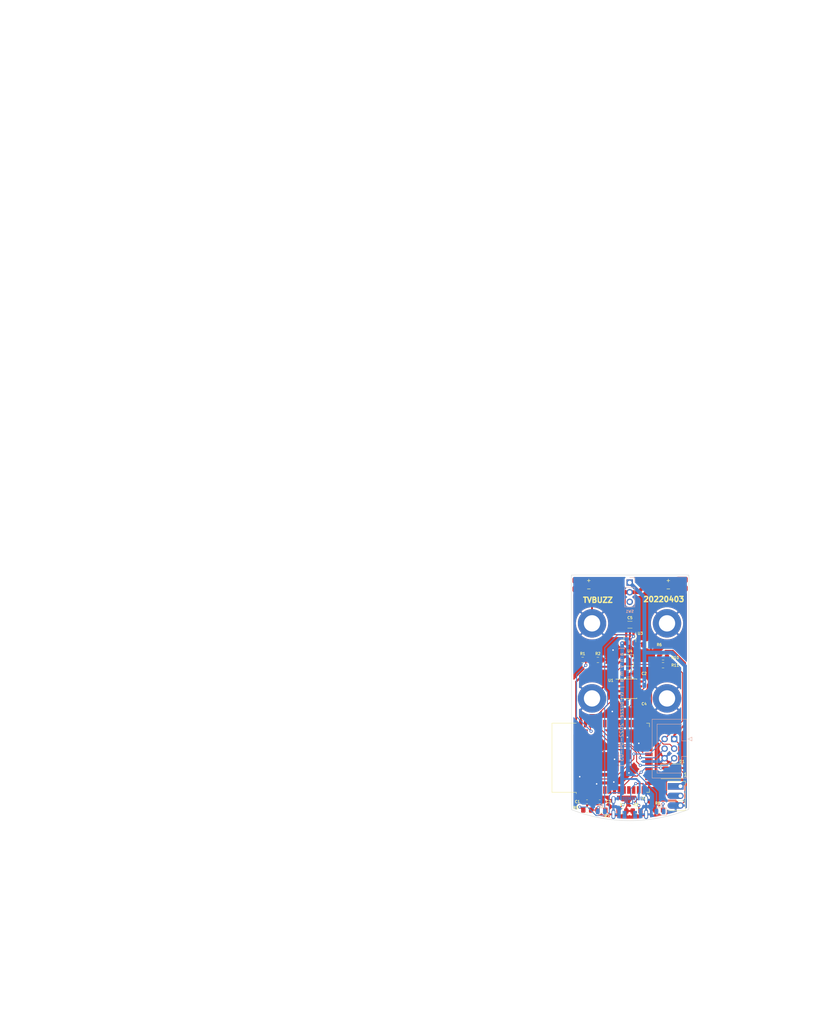
<source format=kicad_pcb>
(kicad_pcb (version 20211014) (generator pcbnew)
  (layers (0 "F.Cu" signal) (31 "B.Cu" signal) (34 "B.Paste" user) (35 "F.Paste" user) (36 "B.SilkS" user "B.Silkscreen") (37 "F.SilkS" user "F.Silkscreen") (38 "B.Mask" user) (39 "F.Mask" user) (44 "Edge.Cuts" user))
  (net 0 "")
  (net 1 "+3V3")
  (net 2 "GND")
  (net 3 "/en")
  (net 4 "Net-(C4-Pad1)")
  (net 5 "+BATT")
  (net 6 "/pix")
  (net 7 "Net-(D1-Pad1)")
  (net 8 "Net-(D2-Pad1)")
  (net 9 "Net-(D2-Pad2)")
  (net 10 "Net-(D3-Pad1)")
  (net 11 "Net-(J1-PadA5)")
  (net 13 "/usb-")
  (net 14 "/usb+")
  (net 15 "Net-(J1-PadB5)")
  (net 17 "+5V")
  (net 18 "+3V8")
  (net 19 "/flash")
  (net 20 "/rx")
  (net 21 "/tx")
  (net 22 "Net-(R6-Pad1)")
  (net 53 "Net-(U2-Pad39)")
  (net 54 "Net-(U2-Pad38)")
  (footprint "synkie_footprints:C_0805_2012Metric_Pad1.15x1.40mm_HandSolder" (layer "F.Cu") (at 165.975 120.8)
    (fp_text reference "C4" (at 4.025 0.2) (layer "F.SilkS") (effects (font (size 0.7 0.7))))
    (fp_text value "470p")
    (pad "1" smd roundrect locked (at -1.025 0) (size 1.15 1.4) (layers "F.Cu" "F.Paste" "F.Mask") (roundrect_rratio 0.2173913043) (net 4 "Net-(C4-Pad1)"))
    (pad "2" smd roundrect locked (at 1.025 0) (size 1.15 1.4) (layers "F.Cu" "F.Paste" "F.Mask") (roundrect_rratio 0.2173913043) (net 2 "GND"))
  )
  (footprint "synkie_footprints:SOIC-8_3.9x4.9mm_P1.27mm" (layer "F.Cu") (at 166 117)
    (fp_text reference "U1" (at -4.8 -2.2) (layer "F.SilkS") (effects (font (size 0.7 0.7))))
    (fp_text value "TC1263")
    (pad "1" smd rect locked (at -2.7 -1.905) (size 1.55 0.6) (layers "F.Cu" "F.Paste" "F.Mask") (net 1 "+3V3"))
    (pad "2" smd rect locked (at -2.7 -0.635) (size 1.55 0.6) (layers "F.Cu" "F.Paste" "F.Mask") (net 2 "GND"))
    (pad "3" smd rect locked (at -2.7 0.635) (size 1.55 0.6) (layers "F.Cu" "F.Paste" "F.Mask"))
    (pad "4" smd rect locked (at -2.7 1.905) (size 1.55 0.6) (layers "F.Cu" "F.Paste" "F.Mask") (net 4 "Net-(C4-Pad1)"))
    (pad "5" smd rect locked (at 2.7 1.905) (size 1.55 0.6) (layers "F.Cu" "F.Paste" "F.Mask"))
    (pad "6" smd rect locked (at 2.7 0.635) (size 1.55 0.6) (layers "F.Cu" "F.Paste" "F.Mask") (net 18 "+3V8"))
    (pad "7" smd rect locked (at 2.7 -0.635) (size 1.55 0.6) (layers "F.Cu" "F.Paste" "F.Mask"))
    (pad "8" smd rect locked (at 2.7 -1.905) (size 1.55 0.6) (layers "F.Cu" "F.Paste" "F.Mask") (net 18 "+3V8"))
  )
  (footprint "Package_TO_SOT_SMD:TSOT-23" (layer "F.Cu") (at 166.25 109.5)
    (fp_text reference "U4" (at 0 -2.45) (layer "F.SilkS") (effects (font (size 0.7 0.7))))
    (fp_text value "SS39ET-HallSensor")
    (pad "1" smd rect locked (at -1.31 -0.95) (size 1.22 0.65) (layers "F.Cu" "F.Paste" "F.Mask") (net 1 "+3V3"))
    (pad "2" smd rect locked (at -1.31 0.95) (size 1.22 0.65) (layers "F.Cu" "F.Paste" "F.Mask") (net 53 "Net-(U2-Pad39)"))
    (pad "3" smd rect locked (at 1.31 0) (size 1.22 0.65) (layers "F.Cu" "F.Paste" "F.Mask") (net 2 "GND"))
  )
  (footprint "synkie_footprints:R_0805_2012Metric_Pad1.15x1.40mm_HandSolder" (layer "F.Cu") (at 175 110.8)
    (fp_text reference "R11" (at 3.2 0) (layer "F.SilkS") (effects (font (size 0.7 0.7))))
    (fp_text value "10k")
    (pad "1" smd roundrect locked (at -1.025 0) (size 1.15 1.4) (layers "F.Cu" "F.Paste" "F.Mask") (roundrect_rratio 0.2173913043) (net 1 "+3V3"))
    (pad "2" smd roundrect locked (at 1.025 0) (size 1.15 1.4) (layers "F.Cu" "F.Paste" "F.Mask") (roundrect_rratio 0.2173913043) (net 19 "/flash"))
  )
  (footprint "synkie_footprints:R_0805_2012Metric_Pad1.15x1.40mm_HandSolder" (layer "F.Cu") (at 158.725 149)
    (fp_text reference "R7" (at 1.475 1.6) (layer "F.SilkS") (effects (font (size 0.7 0.7))))
    (fp_text value "2k")
    (pad "1" smd roundrect locked (at -1.025 0) (size 1.15 1.4) (layers "F.Cu" "F.Paste" "F.Mask") (roundrect_rratio 0.2173913043) (net 9 "Net-(D2-Pad2)"))
    (pad "2" smd roundrect locked (at 1.025 0) (size 1.15 1.4) (layers "F.Cu" "F.Paste" "F.Mask") (roundrect_rratio 0.2173913043) (net 2 "GND"))
  )
  (footprint "MountingHole:MountingHole_4.3mm_M4_DIN965_Pad" (layer "F.Cu") (at 156.25 99.75)
    (fp_text reference "H4" hide)
    (fp_text value "MountingHole_Pad")
    (pad "1" thru_hole circle locked (at 0 0) (size 7.5 7.5) (drill 4.3) (layers *.Cu *.Mask) (net 2 "GND"))
  )
  (footprint "synkie_footprints:R_0805_2012Metric_Pad1.15x1.40mm_HandSolder" (layer "F.Cu") (at 154.975 149)
    (fp_text reference "R5" (at -2.975 -0.6) (layer "F.SilkS") (effects (font (size 0.7 0.7))))
    (fp_text value "2k")
    (pad "1" smd roundrect locked (at -1.025 0) (size 1.15 1.4) (layers "F.Cu" "F.Paste" "F.Mask") (roundrect_rratio 0.2173913043) (net 17 "+5V"))
    (pad "2" smd roundrect locked (at 1.025 0) (size 1.15 1.4) (layers "F.Cu" "F.Paste" "F.Mask") (roundrect_rratio 0.2173913043) (net 9 "Net-(D2-Pad2)"))
  )
  (footprint "synkie_footprints:R_0805_2012Metric_Pad1.15x1.40mm_HandSolder" (layer "F.Cu") (at 157.8 109.4)
    (fp_text reference "R2" (at 0 -1.65) (layer "F.SilkS") (effects (font (size 0.7 0.7))))
    (fp_text value "R")
    (pad "1" smd roundrect locked (at -1.025 0) (size 1.15 1.4) (layers "F.Cu" "F.Paste" "F.Mask") (roundrect_rratio 0.2173913043) (net 54 "Net-(U2-Pad38)"))
    (pad "2" smd roundrect locked (at 1.025 0) (size 1.15 1.4) (layers "F.Cu" "F.Paste" "F.Mask") (roundrect_rratio 0.2173913043) (net 2 "GND"))
  )
  (footprint "synkie_footprints:R_0805_2012Metric_Pad1.15x1.40mm_HandSolder" (layer "F.Cu") (at 153.775 109.4)
    (fp_text reference "R1" (at 0 -1.65) (layer "F.SilkS") (effects (font (size 0.7 0.7))))
    (fp_text value "R")
    (pad "1" smd roundrect locked (at -1.025 0) (size 1.15 1.4) (layers "F.Cu" "F.Paste" "F.Mask") (roundrect_rratio 0.2173913043) (net 5 "+BATT"))
    (pad "2" smd roundrect locked (at 1.025 0) (size 1.15 1.4) (layers "F.Cu" "F.Paste" "F.Mask") (roundrect_rratio 0.2173913043) (net 54 "Net-(U2-Pad38)"))
  )
  (footprint "synkie_footprints:R_0805_2012Metric_Pad1.15x1.40mm_HandSolder" (layer "F.Cu") (at 168.025 149.25 180)
    (fp_text reference "R3" (at 0.225 1.65) (layer "F.SilkS") (effects (font (size 0.7 0.7))))
    (fp_text value "5k1")
    (pad "1" smd roundrect locked (at -1.025 0 180) (size 1.15 1.4) (layers "F.Cu" "F.Paste" "F.Mask") (roundrect_rratio 0.2173913043) (net 11 "Net-(J1-PadA5)"))
    (pad "2" smd roundrect locked (at 1.025 0 180) (size 1.15 1.4) (layers "F.Cu" "F.Paste" "F.Mask") (roundrect_rratio 0.2173913043) (net 2 "GND"))
  )
  (footprint "synkie_footprints:C_0603_1608Metric_Pad1.05x0.95mm_HandSolder" (layer "F.Cu") (at 154.925 146.8 180)
    (fp_text reference "C1" (at 2.525 0) (layer "F.SilkS") (effects (font (size 0.7 0.7))))
    (fp_text value "100n")
    (pad "1" smd roundrect locked (at -0.875 0 180) (size 1.05 0.95) (layers "F.Cu" "F.Paste" "F.Mask") (net 1 "+3V3"))
    (pad "2" smd roundrect locked (at 0.875 0 180) (size 1.05 0.95) (layers "F.Cu" "F.Paste" "F.Mask") (net 2 "GND"))
  )
  (footprint "anyma_footprints:smd-2pin" (layer "F.Cu") (at 152.6 90.2)
    (fp_text reference "J3" hide)
    (fp_text value "CELL_1")
    (pad "1" smd roundrect locked (at 0 -1.778) (size 3 1.6) (layers "F.Cu" "F.Paste" "F.Mask") (net 5 "+BATT"))
    (pad "2" smd roundrect locked (at 0 0.508) (size 3 1.6) (layers "F.Cu" "F.Paste" "F.Mask") (net 2 "GND"))
  )
  (footprint "Package_TO_SOT_SMD:SOT-23-5" (layer "F.Cu") (at 166.25 103.8625 -90)
    (fp_text reference "U3" (at -1.4625 -2.75 180) (layer "F.SilkS") (effects (font (size 0.7 0.7))))
    (fp_text value "MCP73831-2-OT")
    (pad "1" smd roundrect locked (at -1.1375 -0.95 270) (size 1.325 0.6) (layers "F.Cu" "F.Paste" "F.Mask") (net 8 "Net-(D2-Pad1)"))
    (pad "2" smd roundrect locked (at -1.1375 0 270) (size 1.325 0.6) (layers "F.Cu" "F.Paste" "F.Mask") (net 2 "GND"))
    (pad "3" smd roundrect locked (at -1.1375 0.95 270) (size 1.325 0.6) (layers "F.Cu" "F.Paste" "F.Mask") (net 5 "+BATT"))
    (pad "4" smd roundrect locked (at 1.1375 0.95 270) (size 1.325 0.6) (layers "F.Cu" "F.Paste" "F.Mask") (net 17 "+5V"))
    (pad "5" smd roundrect locked (at 1.1375 -0.95 270) (size 1.325 0.6) (layers "F.Cu" "F.Paste" "F.Mask") (net 22 "Net-(R6-Pad1)"))
  )
  (footprint "MountingHole:MountingHole_4.3mm_M4_DIN965_Pad" (layer "F.Cu") (at 176.05 99.75)
    (fp_text reference "H1" hide)
    (fp_text value "MountingHole_Pad")
    (pad "1" thru_hole circle locked (at 0 0) (size 7.5 7.5) (drill 4.3) (layers *.Cu *.Mask) (net 2 "GND"))
  )
  (footprint "MountingHole:MountingHole_4.3mm_M4_DIN965_Pad" (layer "F.Cu") (at 156.25 119.55)
    (fp_text reference "H3" hide)
    (fp_text value "MountingHole_Pad")
    (pad "1" thru_hole circle locked (at 0 0) (size 7.5 7.5) (drill 4.3) (layers *.Cu *.Mask) (net 2 "GND"))
  )
  (footprint "synkie_footprints:C_0603_1608Metric_Pad1.05x0.95mm_HandSolder" (layer "F.Cu") (at 158.3 146.8)
    (fp_text reference "C3" (at 2.3 0) (layer "F.SilkS") (effects (font (size 0.7 0.7))))
    (fp_text value "1u")
    (pad "1" smd roundrect locked (at -0.875 0) (size 1.05 0.95) (layers "F.Cu" "F.Paste" "F.Mask") (net 3 "/en"))
    (pad "2" smd roundrect locked (at 0.875 0) (size 1.05 0.95) (layers "F.Cu" "F.Paste" "F.Mask") (net 2 "GND"))
  )
  (footprint "anyma_footprints:ComboPinhead_03" (layer "F.Cu") (at 179.6 142.72)
    (fp_text reference "J2" hide)
    (fp_text value "pixels")
    (pad "1" thru_hole rect (at 0 0) (size 4.2 1.75) (drill 1 (offset -1.25 0.025)) (layers *.Cu *.Mask) (net 18 "+3V8"))
    (pad "2" thru_hole oval (at 0 2.54) (size 4.3 1.66) (drill 1 (offset -1.3 -0.02)) (layers *.Cu *.Mask) (net 7 "Net-(D1-Pad1)"))
    (pad "3" thru_hole oval (at 0 5.08) (size 4.25 1.7) (drill 1 (offset -1.275 0)) (layers *.Cu *.Mask) (net 2 "GND"))
  )
  (footprint "MountingHole:MountingHole_4.3mm_M4_DIN965_Pad" (layer "F.Cu") (at 176.05 119.55)
    (fp_text reference "H2" hide)
    (fp_text value "MountingHole_Pad")
    (pad "1" thru_hole circle locked (at 0 0) (size 7.5 7.5) (drill 4.3) (layers *.Cu *.Mask) (net 2 "GND"))
  )
  (footprint "anyma_footprints:smd-2pin" (layer "F.Cu") (at 180 90.035)
    (fp_text reference "J5" hide)
    (fp_text value "CELL_2")
    (pad "1" smd roundrect locked (at 0 -1.778) (size 3 1.6) (layers "F.Cu" "F.Paste" "F.Mask") (net 5 "+BATT"))
    (pad "2" smd roundrect locked (at 0 0.508) (size 3 1.6) (layers "F.Cu" "F.Paste" "F.Mask") (net 2 "GND"))
  )
  (footprint "synkie_footprints:R_0805_2012Metric_Pad1.15x1.40mm_HandSolder" (layer "F.Cu") (at 164.275 149.25)
    (fp_text reference "R4" (at 0 -1.65) (layer "F.SilkS") (effects (font (size 0.7 0.7))))
    (fp_text value "5k1")
    (pad "1" smd roundrect locked (at -1.025 0) (size 1.15 1.4) (layers "F.Cu" "F.Paste" "F.Mask") (roundrect_rratio 0.2173913043) (net 15 "Net-(J1-PadB5)"))
    (pad "2" smd roundrect locked (at 1.025 0) (size 1.15 1.4) (layers "F.Cu" "F.Paste" "F.Mask") (roundrect_rratio 0.2173913043) (net 2 "GND"))
  )
  (footprint "synkie_footprints:R_0805_2012Metric_Pad1.15x1.40mm_HandSolder" (layer "F.Cu") (at 173.975 149 180)
    (fp_text reference "R8" (at 0.375 1.8) (layer "F.SilkS") (effects (font (size 0.7 0.7))))
    (fp_text value "2k")
    (pad "1" smd roundrect locked (at -1.025 0 180) (size 1.15 1.4) (layers "F.Cu" "F.Paste" "F.Mask") (roundrect_rratio 0.2173913043) (net 10 "Net-(D3-Pad1)"))
    (pad "2" smd roundrect locked (at 1.025 0 180) (size 1.15 1.4) (layers "F.Cu" "F.Paste" "F.Mask") (roundrect_rratio 0.2173913043) (net 2 "GND"))
  )
  (footprint "synkie_footprints:C_1206_3216Metric_Pad1.42x1.75mm_HandSolder" (layer "F.Cu") (at 166.2625 100.1125)
    (fp_text reference "C5" (at 0 -1.82) (layer "F.SilkS") (effects (font (size 0.7 0.7))))
    (fp_text value "CP")
    (pad "1" smd roundrect locked (at -1.4875 0) (size 1.425 1.75) (layers "F.Cu" "F.Paste" "F.Mask") (roundrect_rratio 0.1754392982) (net 5 "+BATT"))
    (pad "2" smd roundrect locked (at 1.4875 0) (size 1.425 1.75) (layers "F.Cu" "F.Paste" "F.Mask") (roundrect_rratio 0.1754392982) (net 2 "GND"))
  )
  (footprint "synkie_footprints:R_0805_2012Metric_Pad1.15x1.40mm_HandSolder" (layer "F.Cu") (at 175 108.7)
    (fp_text reference "R10" (at 3.2 0.1) (layer "F.SilkS") (effects (font (size 0.7 0.7))))
    (fp_text value "10k")
    (pad "1" smd roundrect locked (at -1.025 0) (size 1.15 1.4) (layers "F.Cu" "F.Paste" "F.Mask") (roundrect_rratio 0.2173913043) (net 1 "+3V3"))
    (pad "2" smd roundrect locked (at 1.025 0) (size 1.15 1.4) (layers "F.Cu" "F.Paste" "F.Mask") (roundrect_rratio 0.2173913043) (net 3 "/en"))
  )
  (footprint "synkie_footprints:R_0805_2012Metric_Pad1.15x1.40mm_HandSolder" (layer "F.Cu") (at 170.775 105.4)
    (fp_text reference "R6" (at 3.225 0) (layer "F.SilkS") (effects (font (size 0.7 0.7))))
    (fp_text value "2k")
    (pad "1" smd roundrect locked (at -1.025 0) (size 1.15 1.4) (layers "F.Cu" "F.Paste" "F.Mask") (roundrect_rratio 0.2173913043) (net 22 "Net-(R6-Pad1)"))
    (pad "2" smd roundrect locked (at 1.025 0) (size 1.15 1.4) (layers "F.Cu" "F.Paste" "F.Mask") (roundrect_rratio 0.2173913043) (net 2 "GND"))
  )
  (footprint "2022_midi_controller:ESP32-S3-WROOM" (layer "F.Cu") (at 161.535 135.2 90)
    (fp_text reference "U2" (at -10.61 8.43) (layer "F.SilkS") (effects (font (size 0.7 0.7))))
    (fp_text value "ESP32-S3-WROOM")
    (pad "1" smd rect (at -8.5 -8.255 90) (size 2 0.9) (layers "F.Cu" "F.Paste" "F.Mask") (net 2 "GND"))
    (pad "2" smd rect (at -8.5 -6.985 90) (size 2 0.9) (layers "F.Cu" "F.Paste" "F.Mask") (net 1 "+3V3"))
    (pad "3" smd rect (at -8.5 -5.715 90) (size 2 0.9) (layers "F.Cu" "F.Paste" "F.Mask") (net 3 "/en"))
    (pad "4" smd rect (at -8.5 -4.445 90) (size 2 0.9) (layers "F.Cu" "F.Paste" "F.Mask"))
    (pad "5" smd rect (at -8.5 -3.175 90) (size 2 0.9) (layers "F.Cu" "F.Paste" "F.Mask"))
    (pad "6" smd rect (at -8.5 -1.905 90) (size 2 0.9) (layers "F.Cu" "F.Paste" "F.Mask"))
    (pad "7" smd rect (at -8.5 -0.635 90) (size 2 0.9) (layers "F.Cu" "F.Paste" "F.Mask"))
    (pad "8" smd rect (at -8.5 0.635 90) (size 2 0.9) (layers "F.Cu" "F.Paste" "F.Mask"))
    (pad "9" smd rect (at -8.5 1.905 90) (size 2 0.9) (layers "F.Cu" "F.Paste" "F.Mask"))
    (pad "10" smd rect (at -8.5 3.175 90) (size 2 0.9) (layers "F.Cu" "F.Paste" "F.Mask") (net 6 "/pix"))
    (pad "11" smd rect (at -8.5 4.445 90) (size 2 0.9) (layers "F.Cu" "F.Paste" "F.Mask"))
    (pad "12" smd rect (at -8.5 5.715 90) (size 2 0.9) (layers "F.Cu" "F.Paste" "F.Mask"))
    (pad "13" smd rect (at -8.5 6.985 90) (size 2 0.9) (layers "F.Cu" "F.Paste" "F.Mask") (net 13 "/usb-"))
    (pad "14" smd rect (at -8.5 8.255 90) (size 2 0.9) (layers "F.Cu" "F.Paste" "F.Mask") (net 14 "/usb+"))
    (pad "15" smd rect (at -6.735 9.755 180) (size 2 0.9) (layers "F.Cu" "F.Paste" "F.Mask") (net 2 "GND"))
    (pad "16" smd rect (at -5.465 9.755 180) (size 2 0.9) (layers "F.Cu" "F.Paste" "F.Mask"))
    (pad "17" smd rect (at -4.195 9.755 180) (size 2 0.9) (layers "F.Cu" "F.Paste" "F.Mask"))
    (pad "18" smd rect (at -2.925 9.755 180) (size 2 0.9) (layers "F.Cu" "F.Paste" "F.Mask"))
    (pad "19" smd rect (at -1.655 9.755 180) (size 2 0.9) (layers "F.Cu" "F.Paste" "F.Mask"))
    (pad "20" smd rect (at -0.385 9.755 180) (size 2 0.9) (layers "F.Cu" "F.Paste" "F.Mask"))
    (pad "21" smd rect (at 0.885 9.755 180) (size 2 0.9) (layers "F.Cu" "F.Paste" "F.Mask"))
    (pad "22" smd rect (at 2.155 9.755 180) (size 2 0.9) (layers "F.Cu" "F.Paste" "F.Mask"))
    (pad "23" smd rect (at 3.425 9.755 180) (size 2 0.9) (layers "F.Cu" "F.Paste" "F.Mask"))
    (pad "24" smd rect (at 4.695 9.755 180) (size 2 0.9) (layers "F.Cu" "F.Paste" "F.Mask"))
    (pad "25" smd rect (at 6 9.75 180) (size 2 0.9) (layers "F.Cu" "F.Paste" "F.Mask"))
    (pad "26" smd rect (at 7.25 9.75 180) (size 2 0.9) (layers "F.Cu" "F.Paste" "F.Mask"))
    (pad "27" smd rect (at 9 8.255 90) (size 2 0.9) (layers "F.Cu" "F.Paste" "F.Mask") (net 19 "/flash"))
    (pad "28" smd rect (at 9 6.985 90) (size 2 0.9) (layers "F.Cu" "F.Paste" "F.Mask"))
    (pad "29" smd rect (at 9 5.715 90) (size 2 0.9) (layers "F.Cu" "F.Paste" "F.Mask"))
    (pad "30" smd rect (at 9 4.445 90) (size 2 0.9) (layers "F.Cu" "F.Paste" "F.Mask"))
    (pad "31" smd rect (at 9 3.175 90) (size 2 0.9) (layers "F.Cu" "F.Paste" "F.Mask"))
    (pad "32" smd rect (at 9 1.905 90) (size 2 0.9) (layers "F.Cu" "F.Paste" "F.Mask"))
    (pad "33" smd rect (at 9 0.635 90) (size 2 0.9) (layers "F.Cu" "F.Paste" "F.Mask"))
    (pad "34" smd rect (at 9 -0.635 90) (size 2 0.9) (layers "F.Cu" "F.Paste" "F.Mask"))
    (pad "35" smd rect (at 9 -1.905 90) (size 2 0.9) (layers "F.Cu" "F.Paste" "F.Mask"))
    (pad "36" smd rect (at 9 -3.175 90) (size 2 0.9) (layers "F.Cu" "F.Paste" "F.Mask") (net 20 "/rx"))
    (pad "37" smd rect (at 9 -4.445 90) (size 2 0.9) (layers "F.Cu" "F.Paste" "F.Mask") (net 21 "/tx"))
    (pad "38" smd rect (at 9 -5.715 90) (size 2 0.9) (layers "F.Cu" "F.Paste" "F.Mask") (net 54 "Net-(U2-Pad38)"))
    (pad "39" smd rect (at 9 -7 90) (size 2 0.9) (layers "F.Cu" "F.Paste" "F.Mask") (net 53 "Net-(U2-Pad39)"))
    (pad "40" smd rect (at 9 -8.25 90) (size 2 0.9) (layers "F.Cu" "F.Paste" "F.Mask") (net 2 "GND"))
    (pad "41" smd rect (at -1 -0.755 90) (size 5 5) (layers "F.Cu" "F.Paste" "F.Mask") (net 2 "GND"))
    (zone (net 0) (net_name "") (layers F&B.Cu) (connect_pads (clearance 0)) (min_thickness 0.254)
      (keepout (tracks not_allowed) (vias not_allowed) (pads not_allowed) (copperpour not_allowed) (footprints not_allowed))
      (fill (thermal_gap 0.508) (thermal_bridge_width 0.508))
      (polygon (pts (xy 151.285 120.95) (xy 151.285 149.45) (xy 140.535 149.45) (xy 140.535 120.95)))
    )
  )
  (footprint "LED_SMD:LED_SK6812MINI_PLCC4_3.5x3.5mm_P1.75mm" (layer "F.Cu") (at 177.4 138.8 180)
    (fp_text reference "D1" (at -2.6 2.6) (layer "F.SilkS") (effects (font (size 0.7 0.7))))
    (fp_text value "SK6812MINI")
    (fp_text user "1" (at -3.5 -0.875) (layer "F.SilkS"))
    (pad "1" smd rect locked (at -1.75 -0.875 180) (size 1.6 0.85) (layers "F.Cu" "F.Paste" "F.Mask") (net 7 "Net-(D1-Pad1)"))
    (pad "2" smd rect locked (at -1.75 0.875 180) (size 1.6 0.85) (layers "F.Cu" "F.Paste" "F.Mask") (net 2 "GND"))
    (pad "3" smd rect locked (at 1.75 0.875 180) (size 1.6 0.85) (layers "F.Cu" "F.Paste" "F.Mask") (net 6 "/pix"))
    (pad "4" smd rect locked (at 1.75 -0.875 180) (size 1.6 0.85) (layers "F.Cu" "F.Paste" "F.Mask") (net 1 "+3V3"))
  )
  (footprint "synkie_footprints:C_1206_3216Metric_Pad1.42x1.75mm_HandSolder" (layer "F.Cu") (at 166.1125 113)
    (fp_text reference "C2" (at 3.8875 0) (layer "F.SilkS") (effects (font (size 0.7 0.7))))
    (fp_text value "10u")
    (pad "1" smd roundrect locked (at -1.4875 0) (size 1.425 1.75) (layers "F.Cu" "F.Paste" "F.Mask") (roundrect_rratio 0.1754392982) (net 1 "+3V3"))
    (pad "2" smd roundrect locked (at 1.4875 0) (size 1.425 1.75) (layers "F.Cu" "F.Paste" "F.Mask") (roundrect_rratio 0.1754392982) (net 2 "GND"))
  )
  (footprint "Connector_IDC:IDC-Header_2x03_P2.54mm_Vertical" (layer "B.Cu") (at 177.9525 130.26 180)
    (fp_text reference "J4" hide)
    (fp_text value "Conn_01x06")
    (pad "1" thru_hole roundrect locked (at 0 0 180) (size 1.7 1.7) (drill 1) (layers *.Cu *.Mask) (roundrect_rratio 0.1470588235) (net 1 "+3V3"))
    (pad "2" thru_hole circle locked (at 2.54 0 180) (size 1.7 1.7) (drill 1) (layers *.Cu *.Mask) (net 3 "/en"))
    (pad "3" thru_hole circle locked (at 0 -2.54 180) (size 1.7 1.7) (drill 1) (layers *.Cu *.Mask) (net 19 "/flash"))
    (pad "4" thru_hole circle locked (at 2.54 -2.54 180) (size 1.7 1.7) (drill 1) (layers *.Cu *.Mask) (net 20 "/rx"))
    (pad "5" thru_hole circle locked (at 0 -5.08 180) (size 1.7 1.7) (drill 1) (layers *.Cu *.Mask) (net 21 "/tx"))
    (pad "6" thru_hole circle locked (at 2.54 -5.08 180) (size 1.7 1.7) (drill 1) (layers *.Cu *.Mask) (net 2 "GND"))
  )
  (footprint "LED_SMD:LED_0805_2012Metric" (layer "B.Cu") (at 158.6875 149.4 180)
    (fp_text reference "D2" (at 0 1.65) (layer "B.SilkS") (effects (font (size 0.7 0.7)) (justify mirror)))
    (fp_text value "CHRG")
    (pad "1" smd roundrect locked (at -0.9375 0 180) (size 0.975 1.4) (layers "B.Cu" "B.Paste" "B.Mask") (net 8 "Net-(D2-Pad1)"))
    (pad "2" smd roundrect locked (at 0.9375 0 180) (size 0.975 1.4) (layers "B.Cu" "B.Paste" "B.Mask") (net 9 "Net-(D2-Pad2)"))
  )
  (footprint "synkie_footprints:PinHeader_1x03_P2.54mm_Vertical" (layer "B.Cu") (at 166.2 89 180)
    (fp_text reference "SW1" (at 0 -7.6) (layer "B.SilkS") (effects (font (size 0.7 0.7)) (justify mirror)))
    (fp_text value "SW_SPDT")
    (pad "1" thru_hole rect locked (at 0 0 180) (size 1.7 1.7) (drill 1) (layers *.Cu *.Mask) (net 18 "+3V8"))
    (pad "2" thru_hole oval locked (at 0 -2.54 180) (size 1.7 1.7) (drill 1) (layers *.Cu *.Mask) (net 5 "+BATT"))
    (pad "3" thru_hole oval locked (at 0 -5.08 180) (size 1.7 1.7) (drill 1) (layers *.Cu *.Mask))
  )
  (footprint "LED_SMD:LED_0805_2012Metric" (layer "B.Cu") (at 174.2 149.4 180)
    (fp_text reference "D3" (at 0 1.65) (layer "B.SilkS") (effects (font (size 0.7 0.7)) (justify mirror)))
    (fp_text value "RDY")
    (pad "1" smd roundrect locked (at -0.9375 0 180) (size 0.975 1.4) (layers "B.Cu" "B.Paste" "B.Mask") (net 10 "Net-(D3-Pad1)"))
    (pad "2" smd roundrect locked (at 0.9375 0 180) (size 0.975 1.4) (layers "B.Cu" "B.Paste" "B.Mask") (net 8 "Net-(D2-Pad1)"))
  )
  (footprint "synkie_footprints:JAE_USB-C_SJ122205" (layer "B.Cu") (at 166.225 147.0325 180)
    (fp_text reference "J1" hide)
    (fp_text value "USB_C_Receptacle_USB2.0")
    (pad "" np_thru_hole circle locked (at -3 0 180) (size 0.6 0.6) (drill 0.6) (layers *.Cu *.Mask))
    (pad "" np_thru_hole oval locked (at 3 0 180) (size 0.85 0.6) (drill oval 0.85 0.6) (layers *.Cu *.Mask))
    (pad "A1" smd rect locked (at -3.1 1.1 180) (size 0.52 1) (layers "B.Cu" "B.Paste" "B.Mask") (net 2 "GND"))
    (pad "A4" smd rect locked (at -2.35 1.1 180) (size 0.52 1) (layers "B.Cu" "B.Paste" "B.Mask") (net 17 "+5V"))
    (pad "A5" smd rect locked (at -1.75 1.1 180) (size 0.27 1) (layers "B.Cu" "B.Paste" "B.Mask") (net 11 "Net-(J1-PadA5)"))
    (pad "A6" smd rect locked (at -0.25 1.1 180) (size 0.27 1) (layers "B.Cu" "B.Paste" "B.Mask") (net 14 "/usb+"))
    (pad "A7" smd rect locked (at 0.75 1.1 180) (size 0.27 1) (layers "B.Cu" "B.Paste" "B.Mask") (net 13 "/usb-"))
    (pad "A8" smd rect locked (at 1.75 1.1 180) (size 0.27 1) (layers "B.Cu" "B.Paste" "B.Mask"))
    (pad "A9" smd rect locked (at 2.35 1.1 180) (size 0.52 1) (layers "B.Cu" "B.Paste" "B.Mask") (net 17 "+5V"))
    (pad "A12" smd rect locked (at 3.1 1.1 180) (size 0.52 1) (layers "B.Cu" "B.Paste" "B.Mask") (net 2 "GND"))
    (pad "B5" smd rect locked (at 1.25 1.1 180) (size 0.27 1) (layers "B.Cu" "B.Paste" "B.Mask") (net 15 "Net-(J1-PadB5)"))
    (pad "B6" smd rect locked (at 0.25 1.1 180) (size 0.27 1) (layers "B.Cu" "B.Paste" "B.Mask") (net 14 "/usb+"))
    (pad "B7" smd rect locked (at -0.75 1.1 180) (size 0.27 1) (layers "B.Cu" "B.Paste" "B.Mask") (net 13 "/usb-"))
    (pad "B8" smd rect locked (at -1.25 1.1 180) (size 0.27 1) (layers "B.Cu" "B.Paste" "B.Mask"))
    (pad "MT" smd rect locked (at 1.4 -3.2 180) (size 1 2) (layers "B.Cu" "B.Paste" "B.Mask"))
    (pad "MT" smd rect locked (at -1.4 -3.2 180) (size 1 2) (layers "B.Cu" "B.Paste" "B.Mask"))
    (pad "S1" thru_hole oval locked (at 4.32 -3.1 180) (size 1 2.5) (drill oval 0.6 1.9) (layers *.Cu *.Mask) (net 2 "GND"))
    (pad "S1" thru_hole oval locked (at -4.32 0.725 180) (size 1 2) (drill oval 0.6 1.6) (layers *.Cu *.Mask) (net 2 "GND"))
    (pad "S1" thru_hole oval locked (at 4.32 0.7 180) (size 1 2) (drill oval 0.6 1.6) (layers *.Cu *.Mask) (net 2 "GND"))
    (pad "S1" thru_hole oval locked (at -4.32 -3.1 180) (size 1 2.5) (drill oval 0.6 1.9) (layers *.Cu *.Mask) (net 2 "GND"))
  )
  (gr_line (start 150.8 87) (end 181.8 87) (layer "Edge.Cuts") (width 0.1))
  (gr_line (start 150.8 87) (end 150.841018 148.895059) (layer "Edge.Cuts") (width 0.1))
  (gr_arc (start 181.8 148.8) (mid 166.329543 151.789847) (end 150.841018 148.895059) (layer "Edge.Cuts") (width 0.1))
  (gr_line (start 181.8 87) (end 181.8 148.8) (layer "Edge.Cuts") (width 0.1))
  (gr_text "[ a n y m a | tv-buzzer 2022-04-03 ]" (at 164 121.8 90) (layer "B.SilkS") (effects (font (size 1 1)) (justify mirror)))
  (gr_text "20220403" (at 175.2 93.4) (layer "F.SilkS") (effects (font (size 1.4 1.4) (thickness 0.35))))
  (gr_text "-" (at 155.4 90.6) (layer "F.SilkS") (effects (font (size 1 1))))
  (gr_text "TVBUZZ" (at 157.8 93.6) (layer "F.SilkS") (effects (font (size 1.4 1.4) (thickness 0.35))))
  (gr_text "+" (at 176.4 88.4) (layer "F.SilkS") (effects (font (size 1 1))))
  (gr_text "+" (at 155.4 88.4) (layer "F.SilkS") (effects (font (size 1 1))))
  (gr_text "-" (at 176.4 90.6) (layer "F.SilkS") (effects (font (size 1 1))))
  (segment (start 179.127011 131.434511) (end 177.9525 130.26) (width 0.25) (layer "F.Cu") (net 1))
  (segment (start 180.8 126.4) (end 180.8 110.2) (width 0.5) (layer "F.Cu") (net 1))
  (segment (start 154.55 143.7) (end 154.55 145.55) (width 0.5) (layer "F.Cu") (net 1))
  (segment (start 156 111.2) (end 152.050489 115.149511) (width 0.5) (layer "F.Cu") (net 1))
  (segment (start 177.9525 130.26) (end 177.9525 129.2475) (width 0.5) (layer "F.Cu") (net 1))
  (segment (start 152.050489 115.149511) (end 152.050489 128.459747) (width 0.5) (layer "F.Cu") (net 1))
  (segment (start 166.2 110.6) (end 166.2 111.425) (width 0.25) (layer "F.Cu") (net 1))
  (segment (start 166.2 109.2) (end 165.55 108.55) (width 0.5) (layer "F.Cu") (net 1))
  (segment (start 177.9525 129.2475) (end 180.8 126.4) (width 0.5) (layer "F.Cu") (net 1))
  (segment (start 165.55 108.55) (end 164.94 108.55) (width 0.5) (layer "F.Cu") (net 1))
  (segment (start 162.29 111.2) (end 156 111.2) (width 0.5) (layer "F.Cu") (net 1))
  (segment (start 164.625 113.77) (end 163.3 115.095) (width 0.5) (layer "F.Cu") (net 1))
  (segment (start 166.2 110.6) (end 173.775 110.6) (width 0.25) (layer "F.Cu") (net 1))
  (segment (start 175.675 107) (end 173.975 108.7) (width 0.5) (layer "F.Cu") (net 1))
  (segment (start 164.8 113) (end 166.2 111.6) (width 0.5) (layer "F.Cu") (net 1))
  (segment (start 154.55 145.55) (end 155.8 146.8) (width 0.5) (layer "F.Cu") (net 1))
  (segment (start 175.65 139.675) (end 179.127011 136.197989) (width 0.25) (layer "F.Cu") (net 1))
  (segment (start 166.2 111.6) (end 166.2 109.2) (width 0.5) (layer "F.Cu") (net 1))
  (segment (start 164.94 108.55) (end 162.29 111.2) (width 0.5) (layer "F.Cu") (net 1))
  (segment (start 179.127011 136.197989) (end 179.127011 131.434511) (width 0.25) (layer "F.Cu") (net 1))
  (segment (start 164.625 113) (end 164.8 113) (width 0.5) (layer "F.Cu") (net 1))
  (segment (start 154.55 130.959258) (end 154.55 143.7) (width 0.5) (layer "F.Cu") (net 1))
  (segment (start 180.8 110.2) (end 177.6 107) (width 0.5) (layer "F.Cu") (net 1))
  (segment (start 173.975 110.8) (end 173.975 108.7) (width 0.25) (layer "F.Cu") (net 1))
  (segment (start 164.625 113) (end 164.625 113.77) (width 0.5) (layer "F.Cu") (net 1))
  (segment (start 152.050489 128.459747) (end 154.55 130.959258) (width 0.5) (layer "F.Cu") (net 1))
  (segment (start 173.775 110.6) (end 173.975 110.8) (width 0.25) (layer "F.Cu") (net 1))
  (segment (start 177.6 107) (end 175.675 107) (width 0.5) (layer "F.Cu") (net 1))
  (segment (start 153.28 146.03) (end 154.05 146.8) (width 0.25) (layer "F.Cu") (net 2))
  (segment (start 157.466405 142.100498) (end 161.499502 142.100498) (width 0.25) (layer "F.Cu") (net 2))
  (segment (start 180.77452 139.54952) (end 180.77452 146.62548) (width 0.25) (layer "F.Cu") (net 2))
  (segment (start 152.6 90.708) (end 156.25 94.358) (width 0.5) (layer "F.Cu") (net 2))
  (segment (start 153.285 127.45) (end 153.285 126.2) (width 0.25) (layer "F.Cu") (net 2))
  (segment (start 170.75702 146.51952) (end 178.31952 146.51952) (width 0.5) (layer "F.Cu") (net 2))
  (segment (start 161.6 123) (end 164.8 123) (width 0.25) (layer "F.Cu") (net 2))
  (segment (start 166.25 102.725) (end 166.25 101.6125) (width 0.25) (layer "F.Cu") (net 2))
  (segment (start 180 95.8) (end 176.05 99.75) (width 0.5) (layer "F.Cu") (net 2))
  (segment (start 170.545 146.3075) (end 170.75702 146.51952) (width 0.5) (layer "F.Cu") (net 2))
  (segment (start 165.3 149.25) (end 164.15048 150.39952) (width 0.5) (layer "F.Cu") (net 2))
  (segment (start 159.2 109.4) (end 158.825 109.4) (width 0.25) (layer "F.Cu") (net 2))
  (segment (start 180 90.543) (end 180 95.8) (width 0.5) (layer "F.Cu") (net 2))
  (segment (start 167.56 109.5) (end 167.56 106.693572) (width 0.25) (layer "F.Cu") (net 2))
  (segment (start 158.37548 147.59952) (end 159.175 146.8) (width 0.25) (layer "F.Cu") (net 2))
  (segment (start 162.233572 109.4) (end 166.25 105.383572) (width 0.25) (layer "F.Cu") (net 2))
  (segment (start 153.285 128.705) (end 160.78 136.2) (width 0.5) (layer "F.Cu") (net 2))
  (segment (start 154.84952 147.59952) (end 158.37548 147.59952) (width 0.25) (layer "F.Cu") (net 2))
  (segment (start 157.466405 142.100498) (end 163.099502 142.100498) (width 0.25) (layer "F.Cu") (net 2))
  (segment (start 162.17202 150.39952) (end 161.905 150.1325) (width 0.5) (layer "F.Cu") (net 2))
  (segment (start 160.8825 150.1325) (end 161.905 150.1325) (width 0.25) (layer "F.Cu") (net 2))
  (segment (start 161.4375 146.8) (end 161.905 146.3325) (width 0.5) (layer "F.Cu") (net 2))
  (segment (start 166.25 105.383572) (end 166.25 102.725) (width 0.25) (layer "F.Cu") (net 2))
  (segment (start 168.6 131.2) (end 167.2 129.8) (width 0.5) (layer "F.Cu") (net 2))
  (segment (start 153.28 143.7) (end 153.28 140.48) (width 0.25) (layer "F.Cu") (net 2))
  (segment (start 153.285 126.2) (end 153.285 128.705) (width 0.5) (layer "F.Cu") (net 2))
  (segment (start 167.2 129.8) (end 165.6 129.8) (width 0.5) (layer "F.Cu") (net 2))
  (segment (start 162.2 135.6) (end 161.435 135.6) (width 0.25) (layer "F.Cu") (net 2))
  (segment (start 159.75 149) (end 160.8825 150.1325) (width 0.25) (layer "F.Cu") (net 2))
  (segment (start 171.8 105.4) (end 171.8 104) (width 0.25) (layer "F.Cu") (net 2))
  (segment (start 158.825 109.4) (end 162.233572 109.4) (width 0.25) (layer "F.Cu") (net 2))
  (segment (start 167.56 106.693572) (end 166.25 105.383572) (width 0.25) (layer "F.Cu") (net 2))
  (segment (start 170.27798 150.39952) (end 170.545 150.1325) (width 0.5) (layer "F.Cu") (net 2))
  (segment (start 153.28 143.7) (end 153.28 146.03) (width 0.25) (layer "F.Cu") (net 2))
  (segment (start 166.25 101.6125) (end 167.75 100.1125) (width 0.25) (layer "F.Cu") (net 2))
  (segment (start 161.499502 142.100498) (end 162 141.6) (width 0.25) (layer "F.Cu") (net 2))
  (segment (start 163.099502 142.100498) (end 166 139.2) (width 0.25) (layer "F.Cu") (net 2))
  (segment (start 161.8 106.8) (end 159.2 109.4) (width 0.25) (layer "F.Cu") (net 2))
  (segment (start 171.8 104) (end 176.05 99.75) (width 0.25) (layer "F.Cu") (net 2))
  (segment (start 164.15048 150.39952) (end 162.17202 150.39952) (width 0.5) (layer "F.Cu") (net 2))
  (segment (start 159.175 146.8) (end 161.4375 146.8) (width 0.5) (layer "F.Cu") (net 2))
  (segment (start 178.31952 146.51952) (end 179.6 147.8) (width 0.5) (layer "F.Cu") (net 2))
  (segment (start 161.435 135.6) (end 153.285 127.45) (width 0.25) (layer "F.Cu") (net 2))
  (segment (start 179.15 137.925) (end 180.77452 139.54952) (width 0.25) (layer "F.Cu") (net 2))
  (segment (start 153.285 126.2) (end 153.285 122.515) (width 0.5) (layer "F.Cu") (net 2))
  (segment (start 153.285 122.515) (end 156.25 119.55) (width 0.5) (layer "F.Cu") (net 2))
  (segment (start 164.8 123) (end 167 120.8) (width 0.25) (layer "F.Cu") (net 2))
  (segment (start 172.95 148.4) (end 172.6375 148.4) (width 0.5) (layer "F.Cu") (net 2))
  (segment (start 156.25 94.358) (end 156.25 99.75) (width 0.5) (layer "F.Cu") (net 2))
  (segment (start 172.6375 148.4) (end 170.545 146.3075) (width 0.5) (layer "F.Cu") (net 2))
  (segment (start 153.28 140.48) (end 153 140.2) (width 0.25) (layer "F.Cu") (net 2))
  (segment (start 180.77452 146.62548) (end 179.6 147.8) (width 0.25) (layer "F.Cu") (net 2))
  (segment (start 168.6 131.4) (end 168.6 131.2) (width 0.5) (layer "F.Cu") (net 2))
  (segment (start 167 149.25) (end 168.14952 150.39952) (width 0.5) (layer "F.Cu") (net 2))
  (segment (start 168.14952 150.39952) (end 170.27798 150.39952) (width 0.5) (layer "F.Cu") (net 2))
  (segment (start 154.05 146.8) (end 154.84952 147.59952) (width 0.25) (layer "F.Cu") (net 2))
  (via (at 166 139.2) (size 0.8) (drill 0.4) (layers "F.Cu" "B.Cu") (net 2))
  (via (at 162.2 135.6) (size 0.8) (drill 0.4) (layers "F.Cu" "B.Cu") (net 2))
  (via (at 168.6 131.4) (size 0.8) (drill 0.4) (layers "F.Cu" "B.Cu") (net 2))
  (via (at 153 140.2) (size 0.8) (drill 0.4) (layers "F.Cu" "B.Cu") (net 2))
  (via (at 161.6 123) (size 0.8) (drill 0.4) (layers "F.Cu" "B.Cu") (net 2))
  (via (at 165.6 129.8) (size 0.8) (drill 0.4) (layers "F.Cu" "B.Cu") (net 2))
  (via (at 161.8 106.8) (size 0.8) (drill 0.4) (layers "F.Cu" "B.Cu") (net 2))
  (via (at 157.466405 142.100498) (size 0.8) (drill 0.4) (layers "F.Cu" "B.Cu") (net 2))
  (via (at 162 141.6) (size 0.8) (drill 0.4) (layers "F.Cu" "B.Cu") (net 2))
  (segment (start 163.4 103.8) (end 161.8 105.4) (width 0.25) (layer "B.Cu") (net 2))
  (segment (start 161.8 122.8) (end 161.6 123) (width 0.25) (layer "B.Cu") (net 2))
  (segment (start 166 139.2) (end 165.4 138.6) (width 0.25) (layer "B.Cu") (net 2))
  (segment (start 161.8 105.4) (end 161.8 106.8) (width 0.25) (layer "B.Cu") (net 2))
  (segment (start 157.466405 142.666405) (end 157.466405 142.100498) (width 0.25) (layer "B.Cu") (net 2))
  (segment (start 166 128) (end 166 139.2) (width 0.5) (layer "B.Cu") (net 2))
  (segment (start 169.325 145.9325) (end 170.17 145.9325) (width 0.5) (layer "B.Cu") (net 2))
  (segment (start 157.6 142.8) (end 157.466405 142.666405) (width 0.25) (layer "B.Cu") (net 2))
  (segment (start 168.6 127) (end 168.6 131.4) (width 0.5) (layer "B.Cu") (net 2))
  (segment (start 165.4 103.8) (end 163.4 103.8) (width 0.25) (layer "B.Cu") (net 2))
  (segment (start 157.6 143) (end 157.6 142.8) (width 0.25) (layer "B.Cu") (net 2))
  (segment (start 161.8 106.8) (end 161.8 122.8) (width 0.25) (layer "B.Cu") (net 2))
  (segment (start 163.125 145.9325) (end 162.305 145.9325) (width 0.5) (layer "B.Cu") (net 2))
  (segment (start 165.6 129.8) (end 165.6 127.6) (width 0.5) (layer "B.Cu") (net 2))
  (segment (start 170.545 146.3075) (end 170.545 150.1325) (width 0.5) (layer "B.Cu") (net 2))
  (segment (start 161.6 123) (end 161.6 135) (width 0.25) (layer "B.Cu") (net 2))
  (segment (start 165.6 127.6) (end 166 128) (width 0.5) (layer "B.Cu") (net 2))
  (segment (start 162.2 135.2) (end 162.2 135.6) (width 0.25) (layer "B.Cu") (net 2))
  (segment (start 176.05 119.55) (end 168.6 127) (width 0.5) (layer "B.Cu") (net 2))
  (segment (start 162 135) (end 162.2 135.2) (width 0.25) (layer "B.Cu") (net 2))
  (segment (start 162.305 145.9325) (end 161.905 146.3325) (width 0.5) (layer "B.Cu") (net 2))
  (segment (start 170.17 145.9325) (end 170.545 146.3075) (width 0.5) (layer "B.Cu") (net 2))
  (segment (start 155.8 143) (end 157.6 143) (width 0.25) (layer "B.Cu") (net 2))
  (segment (start 162 141.6) (end 162 135) (width 0.25) (layer "B.Cu") (net 2))
  (segment (start 161.905 146.3325) (end 161.905 150.1325) (width 0.5) (layer "B.Cu") (net 2))
  (segment (start 165.4 138.6) (end 165.4 103.8) (width 0.25) (layer "B.Cu") (net 2))
  (segment (start 153 140.2) (end 155.8 143) (width 0.25) (layer "B.Cu") (net 2))
  (segment (start 161.6 135) (end 162.2 135.6) (width 0.25) (layer "B.Cu") (net 2))
  (segment (start 157.47 140.8) (end 162 140.8) (width 0.25) (layer "F.Cu") (net 3))
  (segment (start 162 140.8) (end 167.299011 135.500989) (width 0.25) (layer "F.Cu") (net 3))
  (segment (start 155.82 145.195) (end 157.425 146.8) (width 0.25) (layer "F.Cu") (net 3))
  (segment (start 155.82 143.7) (end 155.82 142.45) (width 0.25) (layer "F.Cu") (net 3))
  (segment (start 155.82 142.45) (end 157.47 140.8) (width 0.25) (layer "F.Cu") (net 3))
  (segment (start 155.82 143.7) (end 155.82 145.195) (width 0.25) (layer "F.Cu") (net 3))
  (segment (start 180.124511 125.547989) (end 180.124511 112.799511) (width 0.25) (layer "F.Cu") (net 3))
  (segment (start 167.299011 135.500989) (end 167.299011 134.216371) (width 0.25) (layer "F.Cu") (net 3))
  (segment (start 180.124511 112.799511) (end 176.025 108.7) (width 0.25) (layer "F.Cu") (net 3))
  (segment (start 175.4125 130.26) (end 180.124511 125.547989) (width 0.25) (layer "F.Cu") (net 3))
  (via (at 167.299011 134.216371) (size 0.8) (drill 0.4) (layers "F.Cu" "B.Cu") (net 3))
  (segment (start 171.456129 134.216371) (end 167.299011 134.216371) (width 0.25) (layer "B.Cu") (net 3))
  (segment (start 175.4125 130.26) (end 171.456129 134.216371) (width 0.25) (layer "B.Cu") (net 3))
  (segment (start 163.3 119.15) (end 164.95 120.8) (width 0.5) (layer "F.Cu") (net 4))
  (segment (start 163.3 118.905) (end 163.3 119.15) (width 0.5) (layer "F.Cu") (net 4))
  (segment (start 164.650489 91.749511) (end 164.86 91.54) (width 1) (layer "F.Cu") (net 5))
  (segment (start 165.3 102.725) (end 159.425 102.725) (width 0.25) (layer "F.Cu") (net 5))
  (segment (start 165.3 100.6375) (end 164.775 100.1125) (width 0.25) (layer "F.Cu") (net 5))
  (segment (start 180 88.257) (end 171.743 88.257) (width 1) (layer "F.Cu") (net 5))
  (segment (start 161.879919 88.422) (end 164.86 91.402081) (width 1) (layer "F.Cu") (net 5))
  (segment (start 152.6 88.422) (end 161.879919 88.422) (width 1) (layer "F.Cu") (net 5))
  (segment (start 164.86 91.402081) (end 164.86 91.54) (width 1) (layer "F.Cu") (net 5))
  (segment (start 164.775 100.1125) (end 164.650489 99.987989) (width 1) (layer "F.Cu") (net 5))
  (segment (start 159.425 102.725) (end 152.75 109.4) (width 0.25) (layer "F.Cu") (net 5))
  (segment (start 164.650489 99.987989) (end 164.650489 91.749511) (width 1) (layer "F.Cu") (net 5))
  (segment (start 164.86 91.54) (end 166.2 91.54) (width 1) (layer "F.Cu") (net 5))
  (segment (start 171.743 88.257) (end 168.46 91.54) (width 1) (layer "F.Cu") (net 5))
  (segment (start 165.3 102.725) (end 165.3 100.6375) (width 0.5) (layer "F.Cu") (net 5))
  (segment (start 168.46 91.54) (end 166.2 91.54) (width 1) (layer "F.Cu") (net 5))
  (segment (start 174.4005 137.925) (end 174.4 137.9245) (width 0.25) (layer "F.Cu") (net 6))
  (segment (start 164.71 142.45) (end 167.110999 140.049001) (width 0.25) (layer "F.Cu") (net 6))
  (segment (start 164.71 143.7) (end 164.71 142.45) (width 0.25) (layer "F.Cu") (net 6))
  (segment (start 168.18074 140.049001) (end 169.212098 139.017643) (width 0.25) (layer "F.Cu") (net 6))
  (segment (start 175.65 137.925) (end 174.4005 137.925) (width 0.25) (layer "F.Cu") (net 6))
  (segment (start 167.110999 140.049001) (end 168.18074 140.049001) (width 0.25) (layer "F.Cu") (net 6))
  (via (at 174.4 137.9245) (size 0.8) (drill 0.4) (layers "F.Cu" "B.Cu") (net 6))
  (via (at 169.212098 139.017643) (size 0.8) (drill 0.4) (layers "F.Cu" "B.Cu") (net 6))
  (segment (start 170.429741 137.8) (end 174.2755 137.8) (width 0.25) (layer "B.Cu") (net 6))
  (segment (start 169.212098 139.017643) (end 170.429741 137.8) (width 0.25) (layer "B.Cu") (net 6))
  (segment (start 174.2755 137.8) (end 174.4 137.9245) (width 0.25) (layer "B.Cu") (net 6))
  (segment (start 177.046467 140.424511) (end 175.925489 141.545489) (width 0.25) (layer "F.Cu") (net 7))
  (segment (start 176.26 145.26) (end 179.6 145.26) (width 0.25) (layer "F.Cu") (net 7))
  (segment (start 175.925489 141.545489) (end 175.925489 144.925489) (width 0.25) (layer "F.Cu") (net 7))
  (segment (start 178.400489 140.424511) (end 177.046467 140.424511) (width 0.25) (layer "F.Cu") (net 7))
  (segment (start 179.15 139.675) (end 178.400489 140.424511) (width 0.25) (layer "F.Cu") (net 7))
  (segment (start 175.925489 144.925489) (end 176.26 145.26) (width 0.25) (layer "F.Cu") (net 7))
  (segment (start 167.2 102.725) (end 167.2 103.2) (width 0.25) (layer "F.Cu") (net 8))
  (via (at 167.2 103.2) (size 0.8) (drill 0.4) (layers "F.Cu" "B.Cu") (net 8))
  (segment (start 173.2625 149.4) (end 173.2625 144.426796) (width 0.25) (layer "B.Cu") (net 8))
  (segment (start 159.625 149.4) (end 159.6 149.375) (width 0.25) (layer "B.Cu") (net 8))
  (segment (start 159.6 117.13777) (end 159.6 106.2) (width 0.25) (layer "B.Cu") (net 8))
  (segment (start 160.324511 117.862281) (end 159.6 117.13777) (width 0.25) (layer "B.Cu") (net 8))
  (segment (start 159.6 121.96223) (end 160.324511 121.237719) (width 0.25) (layer "B.Cu") (net 8))
  (segment (start 159.6 149.375) (end 159.6 121.96223) (width 0.25) (layer "B.Cu") (net 8))
  (segment (start 173.2625 144.426796) (end 166.574511 137.738807) (width 0.25) (layer "B.Cu") (net 8))
  (segment (start 166.8 102.8) (end 167.2 103.2) (width 0.25) (layer "B.Cu") (net 8))
  (segment (start 166.574511 103.825489) (end 167.2 103.2) (width 0.25) (layer "B.Cu") (net 8))
  (segment (start 160.324511 121.237719) (end 160.324511 117.862281) (width 0.25) (layer "B.Cu") (net 8))
  (segment (start 166.574511 137.738807) (end 166.574511 103.825489) (width 0.25) (layer "B.Cu") (net 8))
  (segment (start 159.6 106.2) (end 163 102.8) (width 0.25) (layer "B.Cu") (net 8))
  (segment (start 163 102.8) (end 166.8 102.8) (width 0.25) (layer "B.Cu") (net 8))
  (segment (start 156 149) (end 157.7 149) (width 0.25) (layer "F.Cu") (net 9))
  (segment (start 157.7 148.548027) (end 157.924007 148.32402) (width 0.25) (layer "F.Cu") (net 9))
  (segment (start 157.7 149) (end 157.7 148.548027) (width 0.25) (layer "F.Cu") (net 9))
  (via (at 157.924007 148.32402) (size 0.8) (drill 0.4) (layers "F.Cu" "B.Cu") (net 9))
  (segment (start 157.924007 149.225993) (end 157.924007 148.32402) (width 0.25) (layer "B.Cu") (net 9))
  (segment (start 157.75 149.4) (end 157.924007 149.225993) (width 0.25) (layer "B.Cu") (net 9))
  (segment (start 175 148.4) (end 175 147.36902) (width 0.25) (layer "F.Cu") (net 10))
  (via (at 175 147.36902) (size 0.8) (drill 0.4) (layers "F.Cu" "B.Cu") (net 10))
  (segment (start 175 149.2625) (end 175 147.36902) (width 0.25) (layer "B.Cu") (net 10))
  (segment (start 175.1375 149.4) (end 175 149.2625) (width 0.25) (layer "B.Cu") (net 10))
  (segment (start 169.05 149.25) (end 168.6 148.8) (width 0.25) (layer "F.Cu") (net 11))
  (segment (start 168.6 148.8) (end 168.6 147.8) (width 0.25) (layer "F.Cu") (net 11))
  (via (at 168.6 147.8) (size 0.8) (drill 0.4) (layers "F.Cu" "B.Cu") (net 11))
  (segment (start 167.975 145.9325) (end 167.975 147.175) (width 0.25) (layer "B.Cu") (net 11))
  (segment (start 167.975 147.175) (end 168.6 147.8) (width 0.25) (layer "B.Cu") (net 11))
  (segment (start 168.52 145.88) (end 168.52 143.7) (width 0.25) (layer "F.Cu") (net 13))
  (segment (start 167.2 147.2) (end 168.52 145.88) (width 0.25) (layer "F.Cu") (net 13))
  (via (at 167.2 147.2) (size 0.8) (drill 0.4) (layers "F.Cu" "B.Cu") (net 13))
  (segment (start 167.175 147.225) (end 167.2 147.2) (width 0.25) (layer "B.Cu") (net 13))
  (segment (start 166.975 147.225) (end 167.175 147.225) (width 0.25) (layer "B.Cu") (net 13))
  (segment (start 166.925 147.275) (end 166.975 147.225) (width 0.25) (layer "B.Cu") (net 13))
  (segment (start 165.475 145.9325) (end 165.475 147.275) (width 0.25) (layer "B.Cu") (net 13))
  (segment (start 166.975 147.225) (end 166.975 145.9325) (width 0.25) (layer "B.Cu") (net 13))
  (segment (start 165.475 147.275) (end 166.925 147.275) (width 0.25) (layer "B.Cu") (net 13))
  (segment (start 169.79 142.320978) (end 169.481321 142.012299) (width 0.25) (layer "F.Cu") (net 14))
  (segment (start 169.481321 142.012299) (end 167.812299 142.012299) (width 0.25) (layer "F.Cu") (net 14))
  (segment (start 169.79 143.7) (end 169.79 142.320978) (width 0.25) (layer "F.Cu") (net 14))
  (via (at 167.812299 142.012299) (size 0.8) (drill 0.4) (layers "F.Cu" "B.Cu") (net 14))
  (segment (start 166.475 143.349598) (end 167.812299 142.012299) (width 0.25) (layer "B.Cu") (net 14))
  (segment (start 166.475 145.9325) (end 166.475 143.349598) (width 0.25) (layer "B.Cu") (net 14))
  (segment (start 165.975 145.9325) (end 166.475 145.9325) (width 0.25) (layer "B.Cu") (net 14))
  (segment (start 163.25 149.25) (end 163.25 148.75) (width 0.25) (layer "F.Cu") (net 15))
  (segment (start 163.25 148.75) (end 164.4 147.6) (width 0.25) (layer "F.Cu") (net 15))
  (via (at 164.4 147.6) (size 0.8) (drill 0.4) (layers "F.Cu" "B.Cu") (net 15))
  (segment (start 164.975 145.9325) (end 164.975 147.025) (width 0.25) (layer "B.Cu") (net 15))
  (segment (start 164.975 147.025) (end 164.4 147.6) (width 0.25) (layer "B.Cu") (net 15))
  (segment (start 164.2 105) (end 165.3 105) (width 1) (layer "F.Cu") (net 17))
  (segment (start 153.8 149) (end 153 148.2) (width 0.25) (layer "F.Cu") (net 17))
  (segment (start 153.95 149) (end 153.8 149) (width 0.25) (layer "F.Cu") (net 17))
  (via (at 164.2 105) (size 0.8) (drill 0.4) (layers "F.Cu" "B.Cu") (net 17))
  (via (at 153 148.2) (size 0.8) (drill 0.4) (layers "F.Cu" "B.Cu") (net 17))
  (segment (start 157.270865 150.42452) (end 160.104135 150.42452) (width 0.25) (layer "B.Cu") (net 17))
  (segment (start 160.104135 150.42452) (end 160.8 149.728655) (width 0.25) (layer "B.Cu") (net 17))
  (segment (start 155.046345 148.2) (end 157.270865 150.42452) (width 0.25) (layer "B.Cu") (net 17))
  (segment (start 163.875 144.9325) (end 163.875 145.9325) (width 0.5) (layer "B.Cu") (net 17))
  (segment (start 164.2075 105.0075) (end 164.2 105) (width 1) (layer "B.Cu") (net 17))
  (segment (start 164.0075 144.4) (end 164.2075 144.6) (width 0.25) (layer "B.Cu") (net 17))
  (segment (start 161.6 144.4) (end 164.0075 144.4) (width 0.25) (layer "B.Cu") (net 17))
  (segment (start 160.8 145.2) (end 161.6 144.4) (width 0.25) (layer "B.Cu") (net 17))
  (segment (start 168.575 144.625) (end 168.825489 144.374511) (width 0.5) (layer "B.Cu") (net 17))
  (segment (start 160.8 149.728655) (end 160.8 145.2) (width 0.25) (layer "B.Cu") (net 17))
  (segment (start 153 148.2) (end 155.046345 148.2) (width 0.25) (layer "B.Cu") (net 17))
  (segment (start 167.945807 140.8075) (end 164.2075 140.8075) (width 0.5) (layer "B.Cu") (net 17))
  (segment (start 164.2075 144.6) (end 163.875 144.9325) (width 0.5) (layer "B.Cu") (net 17))
  (segment (start 168.825489 144.374511) (end 168.825489 141.687182) (width 0.5) (layer "B.Cu") (net 17))
  (segment (start 164.2075 144.6) (end 164.2075 140.8075) (width 1) (layer "B.Cu") (net 17))
  (segment (start 168.825489 141.687182) (end 167.945807 140.8075) (width 0.5) (layer "B.Cu") (net 17))
  (segment (start 168.575 145.9325) (end 168.575 144.625) (width 0.5) (layer "B.Cu") (net 17))
  (segment (start 164.2075 140.8075) (end 164.2075 105.0075) (width 1) (layer "B.Cu") (net 17))
  (segment (start 170.074502 116.735498) (end 170.074502 115.2) (width 0.25) (layer "F.Cu") (net 18))
  (segment (start 168.7 115.095) (end 169.969502 115.095) (width 0.5) (layer "F.Cu") (net 18))
  (segment (start 169.969502 115.095) (end 170.074502 115.2) (width 0.5) (layer "F.Cu") (net 18))
  (segment (start 168.7 117.635) (end 169.175 117.635) (width 0.25) (layer "F.Cu") (net 18))
  (segment (start 169.175 117.635) (end 170.074502 116.735498) (width 0.25) (layer "F.Cu") (net 18))
  (via (at 170.074502 115.2) (size 0.8) (drill 0.4) (layers "F.Cu" "B.Cu") (net 18))
  (segment (start 166.2 89) (end 170.074502 92.874502) (width 1) (layer "B.Cu") (net 18))
  (segment (start 170.074502 92.874502) (end 170.074502 107.474502) (width 1) (layer "B.Cu") (net 18))
  (segment (start 177.274502 107.474502) (end 170.074502 107.474502) (width 1) (layer "B.Cu") (net 18))
  (segment (start 180.8 111) (end 177.274502 107.474502) (width 1) (layer "B.Cu") (net 18))
  (segment (start 179.6 142.72) (end 180.8 141.52) (width 1) (layer "B.Cu") (net 18))
  (segment (start 180.8 141.52) (end 180.8 111) (width 1) (layer "B.Cu") (net 18))
  (segment (start 170.074502 107.474502) (end 170.074502 116.4) (width 1) (layer "B.Cu") (net 18))
  (segment (start 175.116979 131.625489) (end 173 129.50851) (width 0.25) (layer "F.Cu") (net 19))
  (segment (start 171.634022 126.2) (end 169.79 126.2) (width 0.25) (layer "F.Cu") (net 19))
  (segment (start 171.975489 114.849511) (end 171.975489 124.014511) (width 0.25) (layer "F.Cu") (net 19))
  (segment (start 177.9525 132.8) (end 176.777989 131.625489) (width 0.25) (layer "F.Cu") (net 19))
  (segment (start 176.025 110.8) (end 171.975489 114.849511) (width 0.25) (layer "F.Cu") (net 19))
  (segment (start 173 127.565978) (end 171.634022 126.2) (width 0.25) (layer "F.Cu") (net 19))
  (segment (start 176.777989 131.625489) (end 175.116979 131.625489) (width 0.25) (layer "F.Cu") (net 19))
  (segment (start 173 129.50851) (end 173 127.565978) (width 0.25) (layer "F.Cu") (net 19))
  (segment (start 171.975489 124.014511) (end 169.79 126.2) (width 0.25) (layer "F.Cu") (net 19))
  (segment (start 162.71 131.8) (end 158.36 127.45) (width 0.25) (layer "F.Cu") (net 20))
  (segment (start 169 135.2) (end 169 134.257056) (width 0.25) (layer "F.Cu") (net 20))
  (segment (start 169 134.257056) (end 166.542944 131.8) (width 0.25) (layer "F.Cu") (net 20))
  (segment (start 158.36 127.45) (end 158.36 126.2) (width 0.25) (layer "F.Cu") (net 20))
  (segment (start 166.542944 131.8) (end 162.71 131.8) (width 0.25) (layer "F.Cu") (net 20))
  (via (at 169 135.2) (size 0.8) (drill 0.4) (layers "F.Cu" "B.Cu") (net 20))
  (segment (start 175.4125 132.8) (end 173.0125 135.2) (width 0.25) (layer "B.Cu") (net 20))
  (segment (start 173.0125 135.2) (end 169 135.2) (width 0.25) (layer "B.Cu") (net 20))
  (segment (start 168.023512 136.223512) (end 168.023512 133.916272) (width 0.25) (layer "F.Cu") (net 21))
  (segment (start 169 137.2) (end 168.023512 136.223512) (width 0.25) (layer "F.Cu") (net 21))
  (segment (start 161.889511 132.249511) (end 157.09 127.45) (width 0.25) (layer "F.Cu") (net 21))
  (segment (start 157.09 127.45) (end 157.09 126.2) (width 0.25) (layer "F.Cu") (net 21))
  (segment (start 168.023512 133.916272) (end 166.356751 132.249511) (width 0.25) (layer "F.Cu") (net 21))
  (segment (start 166.356751 132.249511) (end 161.889511 132.249511) (width 0.25) (layer "F.Cu") (net 21))
  (via (at 169 137.2) (size 0.8) (drill 0.4) (layers "F.Cu" "B.Cu") (net 21))
  (segment (start 177.9525 135.34) (end 176.0925 137.2) (width 0.25) (layer "B.Cu") (net 21))
  (segment (start 176.0925 137.2) (end 169 137.2) (width 0.25) (layer "B.Cu") (net 21))
  (segment (start 169.75 105.4) (end 169.35 105) (width 0.25) (layer "F.Cu") (net 22))
  (segment (start 169.35 105) (end 167.2 105) (width 0.25) (layer "F.Cu") (net 22))
  (segment (start 161.6 113.6) (end 164.75 110.45) (width 0.25) (layer "F.Cu") (net 53))
  (segment (start 161.6 119.96223) (end 161.6 113.6) (width 0.25) (layer "F.Cu") (net 53))
  (segment (start 154.535 126.2) (end 154.535 124.95) (width 0.25) (layer "F.Cu") (net 53))
  (segment (start 164.75 110.45) (end 164.94 110.45) (width 0.25) (layer "F.Cu") (net 53))
  (segment (start 155.685 123.8) (end 157.76223 123.8) (width 0.25) (layer "F.Cu") (net 53))
  (segment (start 157.76223 123.8) (end 161.6 119.96223) (width 0.25) (layer "F.Cu") (net 53))
  (segment (start 154.535 124.95) (end 155.685 123.8) (width 0.25) (layer "F.Cu") (net 53))
  (segment (start 154.8 109.4) (end 156.775 109.4) (width 0.25) (layer "F.Cu") (net 54))
  (segment (start 155.82 126.2) (end 155.82 128.02) (width 0.25) (layer "F.Cu") (net 54))
  (segment (start 154.6 109.6) (end 154.8 109.4) (width 0.25) (layer "F.Cu") (net 54))
  (segment (start 155.82 128.02) (end 156 128.2) (width 0.25) (layer "F.Cu") (net 54))
  (segment (start 154.6 110.8) (end 154.6 109.6) (width 0.25) (layer "F.Cu") (net 54))
  (via (at 156 128.2) (size 0.8) (drill 0.4) (layers "F.Cu" "B.Cu") (net 54))
  (via (at 154.6 110.8) (size 0.8) (drill 0.4) (layers "F.Cu" "B.Cu") (net 54))
  (segment (start 152.175489 113.224511) (end 154.6 110.8) (width 0.25) (layer "B.Cu") (net 54))
  (segment (start 156 128.2) (end 152.175489 124.375489) (width 0.25) (layer "B.Cu") (net 54))
  (segment (start 152.175489 124.375489) (end 152.175489 113.224511) (width 0.25) (layer "B.Cu") (net 54))
  (zone (net 2) (net_name "GND") (layers F&B.Cu) (connect_pads (clearance 0.508)) (min_thickness 0.254) (fill yes (thermal_gap 0.508) (thermal_bridge_width 0.508))
    (polygon (pts (xy 189.2 152.6) (xy 141.4 152.6) (xy 141.4 84.2) (xy 189.2 84.2)))
  )
)
</source>
